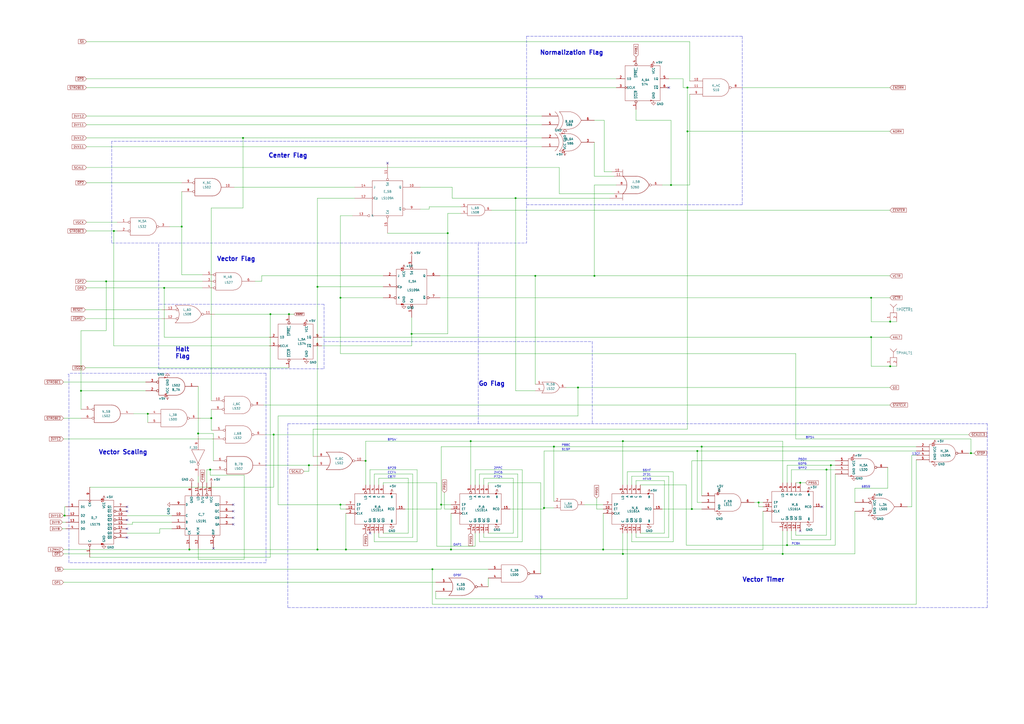
<source format=kicad_sch>
(kicad_sch (version 20211123) (generator eeschema)
  (paper "A2")
  (junction (at 259.715 135.255))
  (junction (at 197.485 172.72))
  (junction (at 37.465 299.085))
  (junction (at 563.245 262.89))
  (junction (at 184.15 318.77))
  (junction (at 454.025 321.31))
  (junction (at 121.92 272.415))
  (junction (at 440.055 291.465))
  (junction (at 479.425 272.415))
  (junction (at 238.76 193.675))
  (junction (at 361.315 255.905))
  (junction (at 179.197 269.875))
  (junction (at 401.32 295.275))
  (junction (at 335.28 224.79))
  (junction (at 122.555 242.57))
  (junction (at 505.333 195.58))
  (junction (at 261.62 318.77))
  (junction (at 114.935 251.46))
  (junction (at 85.725 240.03))
  (junction (at 200.66 318.77))
  (junction (at 156.845 182.245))
  (junction (at 389.255 107.315))
  (junction (at 66.04 133.985))
  (junction (at 212.09 267.335))
  (junction (at 361.315 321.31))
  (junction (at 398.78 76.2))
  (junction (at 456.565 316.23))
  (junction (at 197.485 292.735))
  (junction (at 344.805 160.02))
  (junction (at 184.15 166.37))
  (junction (at 140.97 80.01))
  (junction (at 167.64 182.245))
  (junction (at 255.905 292.735))
  (junction (at 398.78 50.8))
  (junction (at 109.855 318.77))
  (junction (at 481.965 269.875))
  (junction (at 158.75 252.095))
  (junction (at 95.25 167.005))
  (junction (at 349.885 318.77))
  (junction (at 321.31 259.08))
  (junction (at 407.035 259.08))
  (junction (at 505.333 172.72))
  (junction (at 105.41 131.445))
  (junction (at 315.595 294.64))
  (junction (at 273.05 255.905))
  (junction (at 516.382 186.563))
  (junction (at 516.382 212.471))
  (junction (at 464.185 280.035))
  (junction (at 299.085 114.935))
  (junction (at 250.825 330.2))
  (junction (at 61.595 163.195))
  (junction (at 46.99 226.695))
  (junction (at 310.515 160.02))
  (junction (at 404.495 261.62))
  (no_connect (at 464.185 307.975))
  (no_connect (at 224.79 94.615))
  (no_connect (at 135.255 296.545))
  (no_connect (at 73.66 294.005))
  (no_connect (at 135.255 300.355))
  (no_connect (at 73.66 306.705))
  (no_connect (at 135.255 292.735))
  (no_connect (at 123.825 318.135))
  (no_connect (at 73.66 311.785))
  (no_connect (at 73.66 301.625))
  (no_connect (at 387.985 50.8))
  (no_connect (at 135.255 304.165))
  (no_connect (at 476.885 294.005))
  (no_connect (at 214.63 309.245))
  (no_connect (at 73.66 296.545))
  (wire (pts (xy 481.965 313.055) (xy 481.965 269.875)))
  (wire (pts (xy 212.09 267.335) (xy 212.09 255.905)))
  (wire (pts (xy 167.64 182.245) (xy 167.64 182.88)))
  (wire (pts (xy 248.92 120.015) (xy 267.335 120.015)))
  (wire (pts (xy 92.71 306.705) (xy 92.71 309.245)))
  (wire (pts (xy 484.505 267.335) (xy 401.32 267.335)))
  (polyline (pts (xy 64.77 81.915) (xy 64.77 140.97)))
  (wire (pts (xy 344.805 82.55) (xy 344.805 102.235)))
  (wire (pts (xy 151.765 163.195) (xy 147.955 163.195)))
  (wire (pts (xy 297.815 309.245) (xy 297.815 277.495)))
  (wire (pts (xy 243.84 121.285) (xy 248.92 121.285)))
  (wire (pts (xy 283.21 281.305) (xy 283.21 280.035)))
  (wire (pts (xy 181.61 248.92) (xy 398.78 248.92)))
  (wire (pts (xy 400.05 54.61) (xy 400.05 107.315)))
  (wire (pts (xy 404.495 291.465) (xy 407.035 291.465)))
  (wire (pts (xy 50.165 133.985) (xy 66.04 133.985)))
  (wire (pts (xy 200.66 297.815) (xy 200.66 318.77)))
  (wire (pts (xy 459.105 313.055) (xy 481.965 313.055)))
  (wire (pts (xy 563.245 254.635) (xy 461.645 254.635)))
  (wire (pts (xy 46.99 237.49) (xy 46.99 226.695)))
  (wire (pts (xy 156.21 200.66) (xy 66.04 200.66)))
  (wire (pts (xy 179.197 273.431) (xy 176.276 273.431)))
  (polyline (pts (xy 64.77 140.97) (xy 305.435 140.97)))
  (wire (pts (xy 484.505 316.23) (xy 456.565 316.23)))
  (wire (pts (xy 407.035 259.08) (xy 321.31 259.08)))
  (wire (pts (xy 105.41 131.445) (xy 105.41 159.385)))
  (wire (pts (xy 283.21 280.035) (xy 313.69 280.035)))
  (wire (pts (xy 442.595 291.465) (xy 440.055 291.465)))
  (wire (pts (xy 454.025 321.31) (xy 454.025 307.975)))
  (wire (pts (xy 36.83 330.2) (xy 250.825 330.2)))
  (polyline (pts (xy 187.96 198.12) (xy 343.535 198.12)))
  (wire (pts (xy 109.855 318.135) (xy 109.855 318.77)))
  (wire (pts (xy 315.595 294.64) (xy 315.595 295.275)))
  (wire (pts (xy 363.855 273.685) (xy 363.855 281.305)))
  (wire (pts (xy 38.1 306.705) (xy 36.195 306.705)))
  (wire (pts (xy 141.605 324.485) (xy 141.605 275.59)))
  (wire (pts (xy 505.333 172.72) (xy 516.255 172.72)))
  (wire (pts (xy 495.935 283.21) (xy 495.935 291.465)))
  (wire (pts (xy 283.21 330.2) (xy 250.825 330.2)))
  (wire (pts (xy 37.465 294.005) (xy 37.465 299.085)))
  (wire (pts (xy 302.895 272.415) (xy 302.895 314.325)))
  (wire (pts (xy 528.955 294.005) (xy 528.955 264.16)))
  (polyline (pts (xy 187.96 176.53) (xy 92.075 176.53)))
  (polyline (pts (xy 92.075 141.605) (xy 92.075 213.995)))
  (wire (pts (xy 217.17 314.325) (xy 241.935 314.325)))
  (wire (pts (xy 135.89 108.585) (xy 205.74 108.585)))
  (wire (pts (xy 93.98 184.785) (xy 49.53 184.785)))
  (wire (pts (xy 344.805 107.315) (xy 344.805 160.02)))
  (wire (pts (xy 505.333 195.58) (xy 516.255 195.58)))
  (wire (pts (xy 400.05 24.13) (xy 50.165 24.13)))
  (wire (pts (xy 275.59 316.865) (xy 253.365 316.865)))
  (wire (pts (xy 140.97 120.65) (xy 140.97 80.01)))
  (wire (pts (xy 255.905 259.08) (xy 321.31 259.08)))
  (wire (pts (xy 563.245 262.89) (xy 563.245 254.635)))
  (wire (pts (xy 186.69 200.66) (xy 238.76 200.66)))
  (wire (pts (xy 346.075 295.275) (xy 346.075 288.925)))
  (wire (pts (xy 262.255 114.935) (xy 262.255 108.585)))
  (wire (pts (xy 122.555 249.555) (xy 123.19 249.555)))
  (wire (pts (xy 349.885 295.275) (xy 346.075 295.275)))
  (wire (pts (xy 161.29 241.3) (xy 335.28 241.3)))
  (polyline (pts (xy 167.005 352.425) (xy 572.77 352.425)))
  (wire (pts (xy 154.305 269.875) (xy 179.197 269.875)))
  (wire (pts (xy 368.935 309.245) (xy 368.935 311.785)))
  (wire (pts (xy 516.382 212.471) (xy 520.192 212.471)))
  (wire (pts (xy 404.495 261.62) (xy 404.495 291.465)))
  (wire (pts (xy 122.555 237.49) (xy 122.555 242.57)))
  (wire (pts (xy 124.46 182.245) (xy 156.845 182.245)))
  (wire (pts (xy 236.855 309.245) (xy 236.855 277.495)))
  (wire (pts (xy 442.595 294.005) (xy 440.055 294.005)))
  (wire (pts (xy 219.71 309.245) (xy 219.71 311.785)))
  (wire (pts (xy 255.905 292.735) (xy 255.905 295.275)))
  (wire (pts (xy 179.197 269.875) (xy 179.197 273.431)))
  (wire (pts (xy 361.315 255.905) (xy 361.315 281.305)))
  (wire (pts (xy 158.75 252.095) (xy 158.75 282.575)))
  (wire (pts (xy 398.78 50.8) (xy 396.24 50.8)))
  (wire (pts (xy 46.99 226.695) (xy 46.99 191.77)))
  (wire (pts (xy 442.595 318.77) (xy 442.595 296.545)))
  (polyline (pts (xy 430.53 118.745) (xy 430.53 20.955)))
  (wire (pts (xy 219.71 277.495) (xy 219.71 281.305)))
  (wire (pts (xy 255.27 172.72) (xy 505.333 172.72)))
  (wire (pts (xy 224.79 135.255) (xy 259.715 135.255)))
  (wire (pts (xy 401.32 267.335) (xy 401.32 295.275)))
  (wire (pts (xy 314.325 85.09) (xy 50.165 85.09)))
  (wire (pts (xy 61.595 163.195) (xy 117.475 163.195)))
  (wire (pts (xy 122.555 120.65) (xy 140.97 120.65)))
  (wire (pts (xy 184.15 166.37) (xy 222.25 166.37)))
  (wire (pts (xy 238.76 200.66) (xy 238.76 193.675)))
  (wire (pts (xy 197.485 172.72) (xy 197.485 205.105)))
  (wire (pts (xy 479.425 310.515) (xy 479.425 272.415)))
  (wire (pts (xy 315.595 261.62) (xy 315.595 294.64)))
  (wire (pts (xy 528.955 264.16) (xy 531.495 264.16)))
  (wire (pts (xy 349.885 318.77) (xy 442.595 318.77)))
  (wire (pts (xy 368.935 311.785) (xy 387.985 311.785)))
  (wire (pts (xy 120.015 272.415) (xy 120.015 280.035)))
  (wire (pts (xy 36.83 321.31) (xy 361.315 321.31)))
  (wire (pts (xy 156.845 323.215) (xy 156.845 182.245)))
  (wire (pts (xy 120.015 272.415) (xy 121.92 272.415)))
  (wire (pts (xy 273.05 255.905) (xy 361.315 255.905)))
  (wire (pts (xy 197.485 125.095) (xy 204.47 125.095)))
  (wire (pts (xy 52.07 282.575) (xy 158.75 282.575)))
  (wire (pts (xy 456.565 316.23) (xy 456.565 307.975)))
  (wire (pts (xy 212.09 267.335) (xy 212.09 281.305)))
  (wire (pts (xy 262.255 108.585) (xy 243.84 108.585)))
  (wire (pts (xy 156.21 195.58) (xy 95.25 195.58)))
  (wire (pts (xy 324.485 112.395) (xy 324.485 97.155)))
  (wire (pts (xy 275.59 281.305) (xy 275.59 272.415)))
  (wire (pts (xy 366.395 276.225) (xy 366.395 281.305)))
  (wire (pts (xy 407.035 259.08) (xy 407.035 287.655)))
  (polyline (pts (xy 167.005 245.745) (xy 167.005 352.425)))
  (wire (pts (xy 361.315 321.31) (xy 454.025 321.31)))
  (wire (pts (xy 217.17 309.245) (xy 217.17 314.325)))
  (wire (pts (xy 285.115 121.92) (xy 516.255 121.92)))
  (wire (pts (xy 239.395 274.955) (xy 217.17 274.955)))
  (wire (pts (xy 122.555 242.57) (xy 122.555 249.555)))
  (wire (pts (xy 275.59 309.245) (xy 275.59 316.865)))
  (polyline (pts (xy 305.435 20.955) (xy 305.435 140.97)))
  (wire (pts (xy 387.985 276.225) (xy 366.395 276.225)))
  (wire (pts (xy 299.085 114.935) (xy 299.085 226.695)))
  (wire (pts (xy 456.565 269.875) (xy 456.565 280.035)))
  (wire (pts (xy 344.805 160.02) (xy 516.255 160.02)))
  (wire (pts (xy 114.935 224.155) (xy 114.935 251.46)))
  (wire (pts (xy 222.25 160.02) (xy 151.765 160.02)))
  (wire (pts (xy 357.505 107.315) (xy 344.805 107.315)))
  (wire (pts (xy 505.333 186.563) (xy 516.382 186.563)))
  (wire (pts (xy 123.825 251.46) (xy 114.935 251.46)))
  (wire (pts (xy 310.515 160.02) (xy 310.515 222.885)))
  (wire (pts (xy 184.15 114.935) (xy 205.74 114.935)))
  (wire (pts (xy 212.09 255.905) (xy 273.05 255.905)))
  (wire (pts (xy 461.645 307.975) (xy 461.645 310.515)))
  (wire (pts (xy 385.445 309.245) (xy 385.445 278.765)))
  (wire (pts (xy 92.71 309.245) (xy 73.66 309.245)))
  (wire (pts (xy 387.985 311.785) (xy 387.985 276.225)))
  (wire (pts (xy 400.05 50.8) (xy 398.78 50.8)))
  (wire (pts (xy 123.19 254.635) (xy 36.83 254.635)))
  (wire (pts (xy 214.63 272.415) (xy 214.63 281.305)))
  (wire (pts (xy 461.645 310.515) (xy 479.425 310.515)))
  (wire (pts (xy 114.935 318.135) (xy 114.935 324.485)))
  (wire (pts (xy 222.25 309.245) (xy 236.855 309.245)))
  (wire (pts (xy 398.145 316.23) (xy 398.145 281.305)))
  (wire (pts (xy 122.555 120.65) (xy 122.555 232.41)))
  (wire (pts (xy 114.935 324.485) (xy 141.605 324.485)))
  (wire (pts (xy 328.295 224.79) (xy 335.28 224.79)))
  (wire (pts (xy 454.025 321.31) (xy 495.935 321.31)))
  (wire (pts (xy 38.1 294.005) (xy 37.465 294.005)))
  (wire (pts (xy 46.99 191.77) (xy 61.595 191.77)))
  (wire (pts (xy 314.325 67.31) (xy 50.165 67.31)))
  (wire (pts (xy 430.53 50.8) (xy 516.255 50.8)))
  (wire (pts (xy 197.485 172.72) (xy 197.485 125.095)))
  (wire (pts (xy 238.76 193.675) (xy 238.76 184.15)))
  (wire (pts (xy 253.365 316.865) (xy 253.365 280.035)))
  (wire (pts (xy 440.055 291.465) (xy 437.515 291.465)))
  (wire (pts (xy 184.15 114.935) (xy 184.15 166.37)))
  (polyline (pts (xy 572.77 352.425) (xy 572.77 245.745)))
  (wire (pts (xy 484.505 272.415) (xy 479.425 272.415)))
  (wire (pts (xy 261.62 318.77) (xy 261.62 297.815)))
  (wire (pts (xy 261.62 292.735) (xy 255.905 292.735)))
  (wire (pts (xy 344.805 69.85) (xy 350.52 69.85)))
  (wire (pts (xy 156.845 182.245) (xy 167.64 182.245)))
  (wire (pts (xy 99.695 299.085) (xy 73.66 299.085)))
  (wire (pts (xy 116.205 242.57) (xy 122.555 242.57)))
  (wire (pts (xy 505.333 172.72) (xy 505.333 186.563)))
  (wire (pts (xy 516.382 186.563) (xy 520.192 186.563)))
  (wire (pts (xy 84.455 221.615) (xy 36.83 221.615)))
  (polyline (pts (xy 187.96 213.995) (xy 187.96 176.53)))
  (wire (pts (xy 481.965 269.875) (xy 484.505 269.875)))
  (wire (pts (xy 250.825 350.52) (xy 531.495 350.52)))
  (wire (pts (xy 396.24 45.72) (xy 387.985 45.72)))
  (wire (pts (xy 315.595 295.275) (xy 295.91 295.275)))
  (wire (pts (xy 36.83 337.82) (xy 252.73 337.82)))
  (wire (pts (xy 261.62 318.77) (xy 349.885 318.77)))
  (wire (pts (xy 456.565 269.875) (xy 481.965 269.875)))
  (wire (pts (xy 61.595 191.77) (xy 61.595 163.195)))
  (wire (pts (xy 366.395 314.325) (xy 390.525 314.325)))
  (wire (pts (xy 407.035 259.08) (xy 531.495 259.08)))
  (wire (pts (xy 52.07 323.215) (xy 156.845 323.215)))
  (wire (pts (xy 153.67 252.095) (xy 158.75 252.095)))
  (wire (pts (xy 109.855 318.77) (xy 184.15 318.77)))
  (polyline (pts (xy 167.005 245.745) (xy 572.77 245.745)))
  (wire (pts (xy 250.825 330.2) (xy 250.825 350.52)))
  (wire (pts (xy 99.695 302.895) (xy 76.835 302.895)))
  (wire (pts (xy 404.495 261.62) (xy 315.595 261.62)))
  (wire (pts (xy 38.1 302.895) (xy 36.195 302.895)))
  (wire (pts (xy 197.485 205.105) (xy 461.645 205.105)))
  (wire (pts (xy 259.715 135.255) (xy 259.715 193.675)))
  (wire (pts (xy 50.165 128.905) (xy 67.945 128.905)))
  (polyline (pts (xy 305.435 118.745) (xy 430.53 118.745)))
  (wire (pts (xy 357.505 50.8) (xy 50.165 50.8)))
  (wire (pts (xy 389.255 69.85) (xy 389.255 107.315)))
  (wire (pts (xy 186.69 195.58) (xy 505.333 195.58)))
  (polyline (pts (xy 40.005 217.17) (xy 39.37 217.17)))
  (wire (pts (xy 85.725 240.03) (xy 77.47 240.03)))
  (wire (pts (xy 167.64 213.36) (xy 49.53 213.36)))
  (wire (pts (xy 401.32 295.275) (xy 384.175 295.275)))
  (wire (pts (xy 459.105 272.415) (xy 459.105 280.035)))
  (wire (pts (xy 222.25 280.035) (xy 222.25 281.305)))
  (wire (pts (xy 300.355 274.955) (xy 278.13 274.955)))
  (wire (pts (xy 255.905 292.735) (xy 255.905 259.08)))
  (wire (pts (xy 257.81 295.275) (xy 257.81 285.75)))
  (wire (pts (xy 300.355 311.785) (xy 300.355 274.955)))
  (wire (pts (xy 158.75 252.095) (xy 561.975 252.095)))
  (wire (pts (xy 98.425 131.445) (xy 105.41 131.445)))
  (wire (pts (xy 84.455 226.695) (xy 46.99 226.695)))
  (wire (pts (xy 398.78 76.2) (xy 398.78 248.92)))
  (wire (pts (xy 105.41 111.125) (xy 105.41 131.445)))
  (wire (pts (xy 76.835 302.895) (xy 76.835 304.165)))
  (wire (pts (xy 283.21 309.245) (xy 297.815 309.245)))
  (polyline (pts (xy 343.535 198.12) (xy 343.535 245.745)))
  (wire (pts (xy 297.815 277.495) (xy 280.67 277.495)))
  (wire (pts (xy 389.255 107.315) (xy 384.175 107.315)))
  (wire (pts (xy 366.395 309.245) (xy 366.395 314.325)))
  (wire (pts (xy 114.935 251.46) (xy 114.935 253.365)))
  (wire (pts (xy 335.28 241.3) (xy 335.28 224.79)))
  (wire (pts (xy 350.52 69.85) (xy 350.52 99.695)))
  (wire (pts (xy 363.855 347.345) (xy 252.73 347.345)))
  (wire (pts (xy 167.64 182.245) (xy 170.561 182.245)))
  (polyline (pts (xy 154.305 216.535) (xy 154.305 326.39)))
  (wire (pts (xy 140.97 80.01) (xy 50.165 80.01)))
  (wire (pts (xy 197.485 295.275) (xy 197.485 292.735)))
  (wire (pts (xy 181.61 264.795) (xy 181.61 248.92)))
  (wire (pts (xy 184.15 166.37) (xy 184.15 318.77)))
  (polyline (pts (xy 40.64 216.535) (xy 154.305 216.535)))
  (wire (pts (xy 241.935 314.325) (xy 241.935 272.415)))
  (wire (pts (xy 398.78 76.2) (xy 516.255 76.2)))
  (wire (pts (xy 356.235 112.395) (xy 324.485 112.395)))
  (wire (pts (xy 252.73 347.345) (xy 252.73 342.9)))
  (wire (pts (xy 200.66 318.77) (xy 261.62 318.77)))
  (wire (pts (xy 459.105 307.975) (xy 459.105 313.055)))
  (wire (pts (xy 217.17 274.955) (xy 217.17 281.305)))
  (wire (pts (xy 114.935 276.225) (xy 114.935 280.035)))
  (wire (pts (xy 255.905 295.275) (xy 234.95 295.275)))
  (wire (pts (xy 239.395 311.785) (xy 239.395 274.955)))
  (wire (pts (xy 313.69 280.035) (xy 313.69 332.74)))
  (wire (pts (xy 321.31 259.08) (xy 321.31 290.83)))
  (wire (pts (xy 280.67 309.245) (xy 280.67 311.785)))
  (wire (pts (xy 66.04 200.66) (xy 66.04 133.985)))
  (wire (pts (xy 398.78 50.8) (xy 398.78 76.2)))
  (wire (pts (xy 99.695 306.705) (xy 92.71 306.705)))
  (wire (pts (xy 95.25 195.58) (xy 95.25 167.005)))
  (wire (pts (xy 66.04 133.985) (xy 67.945 133.985)))
  (wire (pts (xy 50.165 106.045) (xy 105.41 106.045)))
  (wire (pts (xy 151.765 160.02) (xy 151.765 163.195)))
  (wire (pts (xy 461.645 205.105) (xy 461.645 254.635)))
  (wire (pts (xy 179.197 269.875) (xy 181.61 269.875)))
  (wire (pts (xy 267.335 123.825) (xy 259.715 123.825)))
  (wire (pts (xy 200.66 295.275) (xy 197.485 295.275)))
  (wire (pts (xy 141.605 275.59) (xy 121.92 275.59)))
  (wire (pts (xy 396.24 45.72) (xy 396.24 50.8)))
  (wire (pts (xy 335.28 224.79) (xy 516.255 224.79)))
  (wire (pts (xy 363.855 309.245) (xy 363.855 347.345)))
  (wire (pts (xy 123.825 251.46) (xy 123.825 267.335)))
  (wire (pts (xy 526.415 294.005) (xy 528.955 294.005)))
  (wire (pts (xy 361.315 255.905) (xy 454.025 255.905)))
  (wire (pts (xy 302.895 314.325) (xy 278.13 314.325)))
  (wire (pts (xy 400.05 46.99) (xy 400.05 24.13)))
  (wire (pts (xy 197.485 172.72) (xy 222.25 172.72)))
  (wire (pts (xy 37.465 299.085) (xy 36.83 299.085)))
  (wire (pts (xy 121.92 275.59) (xy 121.92 272.415)))
  (wire (pts (xy 531.495 350.52) (xy 531.495 266.7)))
  (wire (pts (xy 197.485 292.735) (xy 161.29 292.735)))
  (wire (pts (xy 514.985 271.145) (xy 514.985 283.21)))
  (wire (pts (xy 531.495 261.62) (xy 404.495 261.62)))
  (polyline (pts (xy 92.075 213.995) (xy 187.96 213.995)))
  (wire (pts (xy 407.035 295.275) (xy 401.32 295.275)))
  (polyline (pts (xy 40.005 326.39) (xy 40.005 217.17)))
  (wire (pts (xy 50.165 167.005) (xy 95.25 167.005)))
  (wire (pts (xy 95.25 167.005) (xy 117.475 167.005)))
  (wire (pts (xy 464.185 280.035) (xy 467.36 280.035)))
  (wire (pts (xy 505.333 212.471) (xy 516.382 212.471)))
  (wire (pts (xy 38.1 299.085) (xy 37.465 299.085)))
  (wire (pts (xy 314.325 80.01) (xy 140.97 80.01)))
  (wire (pts (xy 50.165 45.72) (xy 357.505 45.72)))
  (wire (pts (xy 361.315 309.245) (xy 361.315 321.31)))
  (wire (pts (xy 310.515 160.02) (xy 344.805 160.02)))
  (wire (pts (xy 261.62 295.275) (xy 257.81 295.275)))
  (wire (pts (xy 36.83 318.77) (xy 109.855 318.77)))
  (wire (pts (xy 314.325 72.39) (xy 50.165 72.39)))
  (wire (pts (xy 563.245 262.89) (xy 561.975 262.89)))
  (wire (pts (xy 461.645 280.035) (xy 464.185 280.035)))
  (wire (pts (xy 275.59 272.415) (xy 302.895 272.415)))
  (polyline (pts (xy 430.53 20.955) (xy 305.435 20.955)))
  (wire (pts (xy 93.98 179.705) (xy 49.53 179.705)))
  (wire (pts (xy 349.885 292.735) (xy 339.09 292.735)))
  (wire (pts (xy 299.085 114.935) (xy 262.255 114.935)))
  (wire (pts (xy 385.445 278.765) (xy 368.935 278.765)))
  (wire (pts (xy 315.595 294.64) (xy 321.31 294.64)))
  (wire (pts (xy 50.165 97.155) (xy 324.485 97.155)))
  (wire (pts (xy 368.935 69.85) (xy 389.255 69.85)))
  (polyline (pts (xy 305.435 81.915) (xy 64.77 81.915)))
  (wire (pts (xy 278.13 314.325) (xy 278.13 309.245)))
  (wire (pts (xy 350.52 99.695) (xy 354.965 99.695)))
  (wire (pts (xy 299.085 226.695) (xy 310.515 226.695)))
  (wire (pts (xy 161.29 292.735) (xy 161.29 241.3)))
  (wire (pts (xy 390.525 273.685) (xy 363.855 273.685)))
  (wire (pts (xy 280.67 311.785) (xy 300.355 311.785)))
  (wire (pts (xy 105.41 159.385) (xy 117.475 159.385)))
  (wire (pts (xy 85.725 245.11) (xy 85.725 240.03)))
  (wire (pts (xy 76.835 304.165) (xy 73.66 304.165)))
  (wire (pts (xy 495.935 321.31) (xy 495.935 296.545)))
  (wire (pts (xy 484.505 274.955) (xy 484.505 316.23)))
  (wire (pts (xy 400.05 107.315) (xy 389.255 107.315)))
  (wire (pts (xy 390.525 314.325) (xy 390.525 273.685)))
  (wire (pts (xy 479.425 272.415) (xy 459.105 272.415)))
  (wire (pts (xy 259.715 123.825) (xy 259.715 135.255)))
  (wire (pts (xy 121.92 272.415) (xy 123.825 272.415)))
  (wire (pts (xy 248.92 121.285) (xy 248.92 120.015)))
  (wire (pts (xy 273.05 255.905) (xy 273.05 281.305)))
  (wire (pts (xy 184.15 318.77) (xy 200.66 318.77)))
  (wire (pts (xy 255.27 160.02) (xy 310.515 160.02)))
  (wire (pts (xy 454.025 255.905) (xy 454.025 280.035)))
  (wire (pts (xy 440.055 294.005) (xy 440.055 291.465)))
  (wire (pts (xy 253.365 280.035) (xy 222.25 280.035)))
  (wire (pts (xy 505.333 195.58) (xy 505.333 212.471)))
  (wire (pts (xy 456.565 316.23) (xy 398.145 316.23)))
  (wire (pts (xy 565.15 262.89) (xy 563.245 262.89)))
  (wire (pts (xy 238.76 193.675) (xy 259.715 193.675)))
  (wire (pts (xy 398.145 281.305) (xy 371.475 281.305)))
  (wire (pts (xy 241.935 272.415) (xy 214.63 272.415)))
  (wire (pts (xy 514.985 283.21) (xy 495.935 283.21)))
  (wire (pts (xy 368.935 63.5) (xy 368.935 69.85)))
  (wire (pts (xy 283.21 335.28) (xy 283.21 340.36)))
  (wire (pts (xy 236.855 277.495) (xy 219.71 277.495)))
  (wire (pts (xy 368.935 278.765) (xy 368.935 281.305)))
  (wire (pts (xy 353.695 114.935) (xy 299.085 114.935)))
  (wire (pts (xy 46.99 242.57) (xy 36.83 242.57)))
  (wire (pts (xy 344.805 102.235) (xy 356.235 102.235)))
  (polyline (pts (xy 277.495 245.745) (xy 277.495 140.335)))
  (wire (pts (xy 278.13 274.955) (xy 278.13 281.305)))
  (wire (pts (xy 153.035 234.95) (xy 516.255 234.95)))
  (wire (pts (xy 371.475 309.245) (xy 385.445 309.245)))
  (wire (pts (xy 197.485 292.735) (xy 200.66 292.735)))
  (wire (pts (xy 219.71 311.785) (xy 239.395 311.785)))
  (wire (pts (xy 349.885 318.77) (xy 349.885 297.815)))
  (wire (pts (xy 280.67 277.495) (xy 280.67 281.305)))
  (wire (pts (xy 50.165 163.195) (xy 61.595 163.195)))
  (polyline (pts (xy 154.305 326.39) (xy 40.005 326.39)))
  (text "Go Flag" (at 277.495 224.155 0) (effects (font (size 2.54 2.54) (thickness 0.508) bold) (justify left bottom)))
  (text "919P" (at 325.755 261.62 0) (effects (font (size 1.27 1.27)) (justify left bottom)))
  (text "6859" (at 499.745 283.21 0) (effects (font (size 1.27 1.27)) (justify left bottom)))
  (text "C87F" (at 224.79 277.495 0) (effects (font (size 1.27 1.27)) (justify left bottom)))
  (text "9PP2" (at 462.915 272.415 0) (effects (font (size 1.27 1.27)) (justify left bottom)))
  (text "8P54" (at 467.36 254.635 0) (effects (font (size 1.27 1.27)) (justify left bottom)))
  (text "66HF" (at 372.745 273.685 0) (effects (font (size 1.27 1.27)) (justify left bottom)))
  (text "0P9F" (at 262.89 334.645 0) (effects (font (size 1.27 1.27)) (justify left bottom)))
  (text "Center Flag\n\n" (at 155.575 95.885 0) (effects (font (size 2.54 2.54) (thickness 0.508) bold) (justify left bottom)))
  (text "CCF4" (at 224.79 274.955 0) (effects (font (size 1.27 1.27)) (justify left bottom)))
  (text "Vector Timer" (at 430.53 337.82 0) (effects (font (size 2.54 2.54) (thickness 0.508) bold) (justify left bottom)))
  (text "8P54'" (at 224.79 255.905 0) (effects (font (size 1.27 1.27)) (justify left bottom)))
  (text "60P6" (at 462.915 269.875 0) (effects (font (size 1.27 1.27)) (justify left bottom)))
  (text "2HC6" (at 286.385 274.955 0) (effects (font (size 1.27 1.27)) (justify left bottom)))
  (text "2F31" (at 372.745 276.225 0) (effects (font (size 1.27 1.27)) (justify left bottom)))
  (text "P88C" (at 325.755 259.08 0) (effects (font (size 1.27 1.27)) (justify left bottom)))
  (text "HF49" (at 372.745 278.765 0) (effects (font (size 1.27 1.27)) (justify left bottom)))
  (text "0AP1" (at 262.89 316.865 0) (effects (font (size 1.27 1.27)) (justify left bottom)))
  (text "Vector Flag" (at 125.73 151.765 0) (effects (font (size 2.54 2.54) (thickness 0.508) bold) (justify left bottom)))
  (text "PC8A" (at 459.105 316.23 0) (effects (font (size 1.27 1.27)) (justify left bottom)))
  (text "Vector Scaling\n\n" (at 57.15 267.97 0) (effects (font (size 2.54 2.54) (thickness 0.508) bold) (justify left bottom)))
  (text "6P29" (at 224.79 272.415 0) (effects (font (size 1.27 1.27)) (justify left bottom)))
  (text "P60H" (at 462.915 267.335 0) (effects (font (size 1.27 1.27)) (justify left bottom)))
  (text "Normalization Flag\n\n" (at 313.055 36.195 0) (effects (font (size 2.54 2.54) (thickness 0.508) bold) (justify left bottom)))
  (text "P724" (at 286.385 277.495 0) (effects (font (size 1.27 1.27)) (justify left bottom)))
  (text "13CF" (at 528.955 264.16 0) (effects (font (size 1.27 1.27)) (justify left bottom)))
  (text "Halt\nFlag\n" (at 101.6 208.28 0) (effects (font (size 2.54 2.54) (thickness 0.508) bold) (justify left bottom)))
  (text "7579" (at 309.88 347.345 0) (effects (font (size 1.27 1.27)) (justify left bottom)))
  (text "2PPC" (at 286.385 272.415 0) (effects (font (size 1.27 1.27)) (justify left bottom)))
  (global_label "OP0" (shape input) (at 50.165 167.005 180) (property "Intersheet References" "${INTERSHEET_REFS}" (effects hide)))
  (global_label "SCALE" (shape input) (at 50.165 97.155 180) (property "Intersheet References" "${INTERSHEET_REFS}" (effects hide)))
  (global_label "PR82" (shape input) (at 368.935 33.02 90) (property "Intersheet References" "${INTERSHEET_REFS}" (effects hide)))
  (global_label "DVY12" (shape input) (at 50.165 67.31 180) (property "Intersheet References" "${INTERSHEET_REFS}" (effects hide)))
  (global_label "PR55" (shape input) (at 273.05 309.245 270) (property "Intersheet References" "${INTERSHEET_REFS}" (effects hide)))
  (global_label "~{VCTR}" (shape input) (at 516.255 172.72 0) (property "Intersheet References" "${INTERSHEET_REFS}" (effects hide)))
  (global_label "HALT" (shape input) (at 516.255 195.58 0) (property "Intersheet References" "${INTERSHEET_REFS}" (effects hide)))
  (global_label "~{SA}" (shape input) (at 50.165 24.13 180) (property "Intersheet References" "${INTERSHEET_REFS}" (effects hide)))
  (global_label "DVX11" (shape input) (at 50.165 85.09 180) (property "Intersheet References" "${INTERSHEET_REFS}" (effects hide)))
  (global_label "DVY8" (shape input) (at 36.195 306.705 180) (property "Intersheet References" "${INTERSHEET_REFS}" (effects hide)))
  (global_label "~{VGGO}" (shape input) (at 49.53 213.36 180) (property "Intersheet References" "${INTERSHEET_REFS}" (effects hide)))
  (global_label "~{SA}" (shape input) (at 36.83 330.2 180) (property "Intersheet References" "${INTERSHEET_REFS}" (effects hide)))
  (global_label "~{STROBE2}" (shape input) (at 36.83 242.57 180) (property "Intersheet References" "${INTERSHEET_REFS}" (effects hide)))
  (global_label "~{OP2}" (shape input) (at 50.165 106.045 180) (property "Intersheet References" "${INTERSHEET_REFS}" (effects hide)))
  (global_label "~{STATCLK}" (shape input) (at 516.255 234.95 0) (property "Intersheet References" "${INTERSHEET_REFS}" (effects hide)))
  (global_label "~{SCALELD}" (shape input) (at 561.975 252.095 0) (property "Intersheet References" "${INTERSHEET_REFS}" (effects hide)))
  (global_label "~{RESET}" (shape input) (at 49.53 179.705 180) (property "Intersheet References" "${INTERSHEET_REFS}" (effects hide)))
  (global_label "~{STOP}" (shape input) (at 565.15 262.89 0) (property "Intersheet References" "${INTERSHEET_REFS}" (effects hide)))
  (global_label "~{ENORM}" (shape input) (at 516.255 50.8 0) (property "Intersheet References" "${INTERSHEET_REFS}" (effects hide)))
  (global_label "PR55" (shape input) (at 467.36 280.035 0) (property "Intersheet References" "${INTERSHEET_REFS}" (effects hide)))
  (global_label "PR55" (shape input) (at 257.81 285.75 90) (property "Intersheet References" "${INTERSHEET_REFS}" (effects hide)))
  (global_label "PR55" (shape input) (at 212.09 309.245 270) (property "Intersheet References" "${INTERSHEET_REFS}" (effects hide)))
  (global_label "OP2" (shape input) (at 50.165 163.195 180) (property "Intersheet References" "${INTERSHEET_REFS}" (effects hide)))
  (global_label "~{CENTER}" (shape input) (at 516.255 121.92 0) (property "Intersheet References" "${INTERSHEET_REFS}" (effects hide)))
  (global_label "DVY9" (shape input) (at 36.195 302.895 180) (property "Intersheet References" "${INTERSHEET_REFS}" (effects hide)))
  (global_label "PR55" (shape input) (at 346.075 288.925 90) (property "Intersheet References" "${INTERSHEET_REFS}" (effects hide)))
  (global_label "~{DISRST}" (shape input) (at 170.561 182.245 0) (effects (font (size 0.8382 0.8382))) (property "Intersheet References" "${INTERSHEET_REFS}" (effects hide)))
  (global_label "~{OP1}" (shape input) (at 36.83 321.31 180) (property "Intersheet References" "${INTERSHEET_REFS}" (effects hide)))
  (global_label "12MHZ" (shape input) (at 36.83 318.77 180) (property "Intersheet References" "${INTERSHEET_REFS}" (effects hide)))
  (global_label "VCTR" (shape input) (at 516.255 160.02 0) (property "Intersheet References" "${INTERSHEET_REFS}" (effects hide)))
  (global_label "GO" (shape input) (at 516.255 224.79 0) (property "Intersheet References" "${INTERSHEET_REFS}" (effects hide)))
  (global_label "OP1" (shape input) (at 36.83 337.82 180) (property "Intersheet References" "${INTERSHEET_REFS}" (effects hide)))
  (global_label "~{OP0}" (shape input) (at 50.165 45.72 180) (property "Intersheet References" "${INTERSHEET_REFS}" (effects hide)))
  (global_label "NORM" (shape input) (at 516.255 76.2 0) (property "Intersheet References" "${INTERSHEET_REFS}" (effects hide)))
  (global_label "~{STROBE0}" (shape input) (at 50.165 50.8 180) (property "Intersheet References" "${INTERSHEET_REFS}" (effects hide)))
  (global_label "~{STROBE3}" (shape input) (at 50.165 133.985 180) (property "Intersheet References" "${INTERSHEET_REFS}" (effects hide)))
  (global_label "~{STROBE1}" (shape input) (at 36.83 221.615 180) (property "Intersheet References" "${INTERSHEET_REFS}" (effects hide)))
  (global_label "SCALE" (shape input) (at 176.276 273.431 180) (property "Intersheet References" "${INTERSHEET_REFS}" (effects hide)))
  (global_label "DVY10" (shape input) (at 36.83 299.085 180) (property "Intersheet References" "${INTERSHEET_REFS}" (effects hide)))
  (global_label "VGCK" (shape input) (at 50.165 128.905 180) (property "Intersheet References" "${INTERSHEET_REFS}" (effects hide)))
  (global_label "~{VGRST}" (shape input) (at 49.53 184.785 180) (property "Intersheet References" "${INTERSHEET_REFS}" (effects hide)))
  (global_label "~{DVY12}" (shape input) (at 36.83 254.635 180) (property "Intersheet References" "${INTERSHEET_REFS}" (effects hide)))
  (global_label "DVX12" (shape input) (at 50.165 80.01 180) (property "Intersheet References" "${INTERSHEET_REFS}" (effects hide)))
  (global_label "PR82" (shape input) (at 117.475 280.035 90) (property "Intersheet References" "${INTERSHEET_REFS}" (effects hide)))
  (global_label "DVY11" (shape input) (at 50.165 72.39 180) (property "Intersheet References" "${INTERSHEET_REFS}" (effects hide)))
  (symbol (lib_id "atari_grav_bw:LS109A") (at 224.79 114.935 0) (unit 2)
    (property "Reference" "E_5" (at 224.79 111.125 0))
    (property "Value" "LS109A" (at 224.79 114.935 0))
    (property "Footprint" "Star_Wars_Vector_PCB:DIP16" (effects hide))
  )
  (symbol (lib_id "atari_grav_bw:LS27A") (at 132.715 163.195 0) (unit 2) (convert 2)
    (property "Reference" "M_4" (at 132.08 160.655 0))
    (property "Value" "LS27" (at 132.715 163.83 0))
    (property "Footprint" "Star_Wars_Vector_PCB:DIP14" (effects hide))
  )
  (symbol (lib_id "Star_Wars_Vector_PCB:LS08") (at 275.59 121.92 0) (mirror x) (unit 2)
    (property "Reference" "L_6" (at 275.59 120.65 0))
    (property "Value" "LS08" (at 275.59 123.19 0))
    (property "Footprint" "Star_Wars_Vector_PCB:DIP14" (effects hide))
  )
  (symbol (lib_id "atari_grav_bw:S260A") (at 368.935 107.315 0) (unit 2)
    (property "Reference" "J_5" (at 368.935 105.41 0))
    (property "Value" "S260" (at 368.3 108.585 0))
    (property "Footprint" "Star_Wars_Vector_PCB:DIP14" (effects hide))
  )
  (symbol (lib_id "atari_grav_bw:LS109A") (at 238.76 166.37 0) (unit 1)
    (property "Reference" "E_5" (at 236.855 163.195 0) (effects (justify left)))
    (property "Value" "LS109A" (at 236.22 168.275 0) (effects (justify left)))
    (property "Footprint" "Star_Wars_Vector_PCB:DIP16" (effects hide))
  )
  (symbol (lib_id "atari_grav_bw:LS32") (at 319.405 224.79 0) (mirror x) (unit 2)
    (property "Reference" "M_5" (at 319.405 222.885 0))
    (property "Value" "LS32" (at 319.405 225.425 0))
    (property "Footprint" "Star_Wars_Vector_PCB:DIP14" (effects hide))
  )
  (symbol (lib_id "Star_Wars_Vector_PCB:LS86") (at 329.565 69.85 0) (unit 2)
    (property "Reference" "B_6" (at 330.2 70.485 0))
    (property "Value" "S86" (at 330.2 72.39 0))
    (property "Footprint" "Star_Wars_Vector_PCB:DIP14" (effects hide))
  )
  (symbol (lib_id "Star_Wars_Vector_PCB:LS86") (at 329.565 82.55 0) (mirror x) (unit 1)
    (property "Reference" "B_6" (at 330.2 80.645 0))
    (property "Value" "S86" (at 330.835 83.185 0))
    (property "Footprint" "Star_Wars_Vector_PCB:DIP14" (effects hide))
  )
  (symbol (lib_id "power:GND") (at 379.095 58.42 0) (unit 1)
    (property "Reference" "#PWR0214" (effects hide))
    (property "Value" "GND" (at 382.905 60.325 0))
  )
  (symbol (lib_id "atari_grav_bw:LS74") (at 372.745 48.26 0) (unit 1)
    (property "Reference" "A_6" (at 372.11 46.355 0) (effects (justify left)))
    (property "Value" "S74" (at 372.11 48.895 0) (effects (justify left)))
    (property "Footprint" "Star_Wars_Vector_PCB:DIP14" (effects hide))
  )
  (symbol (lib_id "power:+5V") (at 379.095 38.1 0) (unit 1)
    (property "Reference" "#PWR0213" (effects hide))
    (property "Value" "+5V" (at 382.27 36.195 0))
  )
  (symbol (lib_id "power:+5V") (at 177.8 187.96 0) (unit 1)
    (property "Reference" "#PWR0215" (effects hide))
    (property "Value" "+5V" (at 180.975 186.055 0))
  )
  (symbol (lib_id "power:GND") (at 177.8 208.28 0) (unit 1)
    (property "Reference" "#PWR0216" (effects hide))
    (property "Value" "GND" (at 181.61 210.185 0))
  )
  (symbol (lib_id "power:+5V") (at 122.555 280.035 0) (unit 1)
    (property "Reference" "#PWR0217" (effects hide))
    (property "Value" "+5V" (at 125.73 278.13 0))
  )
  (symbol (lib_id "power:GND") (at 111.125 280.035 180) (unit 1)
    (property "Reference" "#PWR0218" (effects hide))
    (property "Value" "GND" (at 107.315 278.13 0))
  )
  (symbol (lib_id "power:GND") (at 60.325 315.595 0) (unit 1)
    (property "Reference" "#PWR0220" (effects hide))
    (property "Value" "GND" (at 64.135 317.5 0))
  )
  (symbol (lib_id "power:+5V") (at 60.325 290.195 0) (unit 1)
    (property "Reference" "#PWR0219" (effects hide))
    (property "Value" "+5V" (at 63.5 288.29 0))
  )
  (symbol (lib_id "atari_grav_bw:LS175") (at 55.88 302.895 0) (unit 1)
    (property "Reference" "D_7" (at 54.61 300.355 0))
    (property "Value" "LS175" (at 55.245 304.165 0))
    (property "Footprint" "Star_Wars_Vector_PCB:DIP16" (effects hide))
  )
  (symbol (lib_id "atari_grav_bw:LS191") (at 117.475 299.085 0) (unit 1)
    (property "Reference" "C_7" (at 116.84 298.45 0))
    (property "Value" "LS191" (at 116.84 302.26 0))
    (property "Footprint" "Star_Wars_Vector_PCB:DIP16" (effects hide))
  )
  (symbol (lib_id "atari_grav_bw:LS32") (at 83.185 131.445 0) (unit 1) (convert 2)
    (property "Reference" "M_5" (at 82.55 128.27 0))
    (property "Value" "LS32" (at 82.55 131.445 0))
    (property "Footprint" "Star_Wars_Vector_PCB:DIP14" (effects hide))
  )
  (symbol (lib_id "atari_grav_bw:LS02") (at 120.65 108.585 0) (mirror x) (unit 3) (convert 2)
    (property "Reference" "K_5" (at 120.015 106.045 0))
    (property "Value" "LS02" (at 120.015 108.585 0))
    (property "Footprint" "Star_Wars_Vector_PCB:DIP14" (effects hide))
  )
  (symbol (lib_id "atari_grav_bw:LS02") (at 139.065 269.875 0) (mirror x) (unit 2) (convert 2)
    (property "Reference" "B_7" (at 138.43 269.24 0))
    (property "Value" "LS02" (at 138.43 271.78 0))
    (property "Footprint" "Star_Wars_Vector_PCB:DIP14" (effects hide))
  )
  (symbol (lib_id "atari_grav_bw:LS32") (at 138.43 252.095 0) (mirror x) (unit 2) (convert 2)
    (property "Reference" "J_6" (at 137.795 251.46 0))
    (property "Value" "LS32" (at 137.795 254 0))
    (property "Footprint" "Star_Wars_Vector_PCB:DIP14" (effects hide))
  )
  (symbol (lib_id "atari_grav_bw:LS32") (at 137.795 234.95 0) (mirror x) (unit 3) (convert 2)
    (property "Reference" "J_6" (at 137.16 234.315 0))
    (property "Value" "LS32" (at 137.16 236.855 0))
    (property "Footprint" "Star_Wars_Vector_PCB:DIP14" (effects hide))
  )
  (symbol (lib_id "atari_grav_bw:LS00") (at 100.965 242.57 0) (unit 2)
    (property "Reference" "L_3" (at 100.33 240.665 0))
    (property "Value" "LS00" (at 100.33 243.205 0))
    (property "Footprint" "Star_Wars_Vector_PCB:DIP14" (effects hide))
  )
  (symbol (lib_id "atari_grav_bw:LS02") (at 99.695 224.155 0) (mirror x) (unit 1) (convert 2)
    (property "Reference" "B_7" (at 99.695 226.06 0) (effects (justify left)))
    (property "Value" "LS02" (at 99.695 223.52 0) (effects (justify left)))
    (property "Footprint" "Star_Wars_Vector_PCB:DIP14" (effects hide))
  )
  (symbol (lib_id "atari_grav_bw:LS02") (at 62.23 240.03 0) (unit 2) (convert 2)
    (property "Reference" "N_5" (at 61.595 238.76 0))
    (property "Value" "LS02" (at 61.595 241.3 0))
    (property "Footprint" "Star_Wars_Vector_PCB:DIP14" (effects hide))
  )
  (symbol (lib_id "atari_grav_bw:LS04") (at 114.935 264.795 270) (unit 4)
    (property "Reference" "F_3" (at 109.855 259.715 90) (effects (justify left)))
    (property "Value" "S04" (at 109.855 267.97 90) (effects (justify left)))
    (property "Footprint" "Star_Wars_Vector_PCB:DIP14" (effects hide))
  )
  (symbol (lib_id "power:GND") (at 234.315 176.53 0) (unit 1)
    (property "Reference" "#PWR0194" (effects hide))
    (property "Value" "GND" (at 238.125 178.435 0))
  )
  (symbol (lib_id "power:+5V") (at 327.66 87.63 180) (unit 1)
    (property "Reference" "#PWR0207" (effects hide))
    (property "Value" "+5V" (at 324.485 89.535 0))
  )
  (symbol (lib_id "power:GND") (at 327.66 77.47 180) (unit 1)
    (property "Reference" "#PWR0212" (effects hide))
    (property "Value" "GND" (at 323.85 75.565 0))
  )
  (symbol (lib_id "atari_grav_bw:LS08") (at 109.22 182.245 0) (mirror x) (unit 4) (convert 2)
    (property "Reference" "L_6" (at 108.585 179.705 0))
    (property "Value" "LS08" (at 108.585 182.245 0))
    (property "Footprint" "Star_Wars_Vector_PCB:DIP14" (effects hide))
  )
  (symbol (lib_id "atari_grav_bw:LS74") (at 171.45 198.12 0) (unit 1)
    (property "Reference" "L_5" (at 172.72 196.85 0) (effects (justify left)))
    (property "Value" "LS74" (at 172.72 199.39 0) (effects (justify left)))
    (property "Footprint" "Star_Wars_Vector_PCB:DIP14" (effects hide))
  )
  (symbol (lib_id "atari_grav_bw:LS08") (at 329.565 292.735 0) (mirror x) (unit 1)
    (property "Reference" "L_6" (at 329.565 292.1 0))
    (property "Value" "LS08" (at 329.565 294.005 0))
    (property "Footprint" "Star_Wars_Vector_PCB:DIP14" (effects hide))
  )
  (symbol (lib_id "atari_grav_bw:LS161A") (at 218.44 295.275 0) (unit 1)
    (property "Reference" "R_6" (at 217.17 294.005 0) (effects (justify left)))
    (property "Value" "LS161A" (at 215.265 295.91 0) (effects (justify left)))
    (property "Footprint" "Star_Wars_Vector_PCB:DIP16" (effects hide))
  )
  (symbol (lib_id "atari_grav_bw:LS161A") (at 279.4 295.275 0) (unit 1)
    (property "Reference" "P_6" (at 277.495 294.005 0) (effects (justify left)))
    (property "Value" "LS161A" (at 275.59 295.91 0) (effects (justify left)))
    (property "Footprint" "Star_Wars_Vector_PCB:DIP16" (effects hide))
  )
  (symbol (lib_id "atari_grav_bw:LS161A") (at 367.665 295.275 0) (unit 1)
    (property "Reference" "N_6" (at 366.395 294.64 0) (effects (justify left)))
    (property "Value" "LS161A" (at 363.855 296.545 0) (effects (justify left)))
    (property "Footprint" "Star_Wars_Vector_PCB:DIP16" (effects hide))
  )
  (symbol (lib_id "atari_grav_bw:LS11") (at 422.275 291.465 0) (unit 2)
    (property "Reference" "F_5" (at 422.275 290.83 0))
    (property "Value" "LS11" (at 422.275 292.735 0))
    (property "Footprint" "Star_Wars_Vector_PCB:DIP14" (effects hide))
  )
  (symbol (lib_id "atari_grav_bw:LS161A") (at 460.375 294.005 0) (unit 1)
    (property "Reference" "M_6" (at 459.105 292.735 0) (effects (justify left)))
    (property "Value" "LS161A" (at 457.2 295.275 0) (effects (justify left)))
    (property "Footprint" "Star_Wars_Vector_PCB:DIP16" (effects hide))
  )
  (symbol (lib_id "power:GND") (at 227.33 304.165 0) (unit 1)
    (property "Reference" "#PWR0205" (effects hide))
    (property "Value" "GND" (at 227.33 307.975 0))
  )
  (symbol (lib_id "power:+5V") (at 227.33 286.385 0) (unit 1)
    (property "Reference" "#PWR0206" (effects hide))
    (property "Value" "+5V" (at 227.711 281.9908 0))
  )
  (symbol (lib_id "atari_grav_bw:LS02") (at 196.85 267.335 0) (unit 3)
    (property "Reference" "K_6" (at 196.85 266.065 0))
    (property "Value" "LS02" (at 196.85 268.605 0))
    (property "Footprint" "Star_Wars_Vector_PCB:DIP14" (effects hide))
  )
  (symbol (lib_id "power:+5V") (at 469.265 285.115 0) (unit 1)
    (property "Reference" "#PWR0197" (effects hide))
    (property "Value" "+5V" (at 471.805 282.575 0))
  )
  (symbol (lib_id "power:GND") (at 469.265 302.895 0) (unit 1)
    (property "Reference" "#PWR0202" (effects hide))
    (property "Value" "GND" (at 469.392 307.2892 0))
  )
  (symbol (lib_id "power:GND") (at 417.195 296.545 0) (unit 1)
    (property "Reference" "#PWR0200" (effects hide))
    (property "Value" "GND" (at 417.322 300.9392 0))
  )
  (symbol (lib_id "power:GND") (at 376.555 304.165 0) (unit 1)
    (property "Reference" "#PWR0209" (effects hide))
    (property "Value" "GND" (at 376.555 307.975 0))
  )
  (symbol (lib_id "power:GND") (at 288.29 304.165 0) (unit 1)
    (property "Reference" "#PWR0210" (effects hide))
    (property "Value" "GND" (at 288.29 307.34 0))
  )
  (symbol (lib_id "power:+5V") (at 288.29 286.385 0) (unit 1)
    (property "Reference" "#PWR0208" (effects hide))
    (property "Value" "+5V" (at 288.671 281.9908 0))
  )
  (symbol (lib_id "power:+5V") (at 376.555 286.385 0) (unit 1)
    (property "Reference" "#PWR0211" (effects hide))
    (property "Value" "+5V" (at 379.095 284.48 0))
  )
  (symbol (lib_id "power:+5V") (at 417.195 286.385 0) (unit 1)
    (property "Reference" "#PWR0195" (effects hide))
    (property "Value" "+5V" (at 417.576 281.9908 0))
  )
  (symbol (lib_id "atari_grav_bw:LS00") (at 298.45 332.74 0) (mirror x) (unit 2)
    (property "Reference" "E_3" (at 298.45 330.835 0))
    (property "Value" "LS00" (at 298.45 333.375 0))
    (property "Footprint" "Star_Wars_Vector_PCB:DIP14" (effects hide))
  )
  (symbol (lib_id "atari_grav_bw:LS02") (at 267.97 340.36 0) (unit 2)
    (property "Reference" "K_5" (at 267.335 339.09 0))
    (property "Value" "LS02" (at 267.335 341.63 0))
    (property "Footprint" "Star_Wars_Vector_PCB:DIP14" (effects hide))
  )
  (symbol (lib_id "atari_grav_bw:LS20") (at 499.745 271.145 0) (unit 1)
    (property "Reference" "H_5" (at 498.475 269.875 0) (effects (justify left)))
    (property "Value" "LS20" (at 498.475 272.415 0) (effects (justify left)))
    (property "Footprint" "Star_Wars_Vector_PCB:DIP14" (effects hide))
  )
  (symbol (lib_id "atari_grav_bw:LS00") (at 511.175 294.005 0) (unit 1) (convert 2)
    (property "Reference" "L_3" (at 509.905 292.735 0) (effects (justify left)))
    (property "Value" "LS00" (at 509.905 295.275 0) (effects (justify left)))
    (property "Footprint" "Star_Wars_Vector_PCB:DIP14" (effects hide))
  )
  (symbol (lib_id "atari_grav_bw:LS20A") (at 546.735 262.89 0) (unit 1)
    (property "Reference" "H_3" (at 545.465 261.62 0) (effects (justify left)))
    (property "Value" "LS20A" (at 545.465 264.16 0) (effects (justify left)))
    (property "Footprint" "Star_Wars_Vector_PCB:DIP14" (effects hide))
  )
  (symbol (lib_id "power:GND") (at 542.29 267.97 0) (unit 1)
    (property "Reference" "#PWR0203" (effects hide))
    (property "Value" "GND" (at 546.1 269.24 0))
  )
  (symbol (lib_id "power:GND") (at 507.365 299.085 0) (unit 1)
    (property "Reference" "#PWR0201" (effects hide))
    (property "Value" "GND" (at 510.54 300.99 0))
  )
  (symbol (lib_id "power:GND") (at 495.3 276.225 0) (unit 1)
    (property "Reference" "#PWR0198" (effects hide))
    (property "Value" "GND" (at 498.475 277.495 0))
  )
  (symbol (lib_id "power:+5V") (at 507.365 288.925 0) (unit 1)
    (property "Reference" "#PWR0199" (effects hide))
    (property "Value" "+5V" (at 509.905 287.02 0))
  )
  (symbol (lib_id "power:+5V") (at 495.3 266.065 0) (unit 1)
    (property "Reference" "#PWR0196" (effects hide))
    (property "Value" "+5V" (at 497.84 264.16 0))
  )
  (symbol (lib_id "power:+5V") (at 542.29 257.81 0) (unit 1)
    (property "Reference" "#PWR0204" (effects hide))
    (property "Value" "+5V" (at 545.465 255.905 0))
  )
  (symbol (lib_id "power:+5V") (at 97.155 229.235 180) (unit 1)
    (property "Reference" "#PWR0263" (effects hide))
    (property "Value" "+5V" (at 93.98 231.14 0))
  )
  (symbol (lib_id "power:GND") (at 97.155 219.075 180) (unit 1)
    (property "Reference" "#PWR0264" (effects hide))
    (property "Value" "GND" (at 93.345 217.17 0))
  )
  (symbol (lib_id "power:+5V") (at 238.76 148.59 0) (unit 1)
    (property "Reference" "#PWR0266" (effects hide))
    (property "Value" "+5V" (at 241.935 146.685 0))
  )
  (symbol (lib_id "atari_grav_bw:LS10") (at 415.29 50.8 0) (unit 3)
    (property "Reference" "K_4" (at 415.417 49.657 0))
    (property "Value" "S10" (at 415.417 52.197 0))
    (property "Footprint" "Star_Wars_Vector_PCB:DIP14" (effects hide))
  )
  (symbol (lib_id "power:+5V") (at 234.315 156.21 0) (unit 1)
    (property "Reference" "#PWR0261" (effects hide))
    (property "Value" "+5V" (at 237.49 154.305 0))
  )
  (symbol (lib_id "power:GND") (at 99.695 292.735 270) (unit 1)
    (property "Reference" "#PWR0265" (effects hide))
    (property "Value" "GND" (at 97.79 296.545 0))
  )
  (symbol (lib_id "atari_grav_bw:TP") (at 518.287 207.391 0) (unit 1)
    (property "Reference" "TPHALT1" (at 519.811 204.724 0) (effects (font (size 1.524 1.524)) (justify left)))
    (property "Value" "TP" (effects hide))
    (property "Footprint" "quantum_arcade_pcb:TP" (effects hide))
  )
  (symbol (lib_id "atari_grav_bw:TP") (at 518.287 181.483 0) (unit 1)
    (property "Reference" "TP~{VCTR}1" (at 519.811 179.705 0) (effects (font (size 1.524 1.524)) (justify left)))
    (property "Value" "TP" (effects hide))
    (property "Footprint" "quantum_arcade_pcb:TP" (effects hide))
  )
)
</source>
